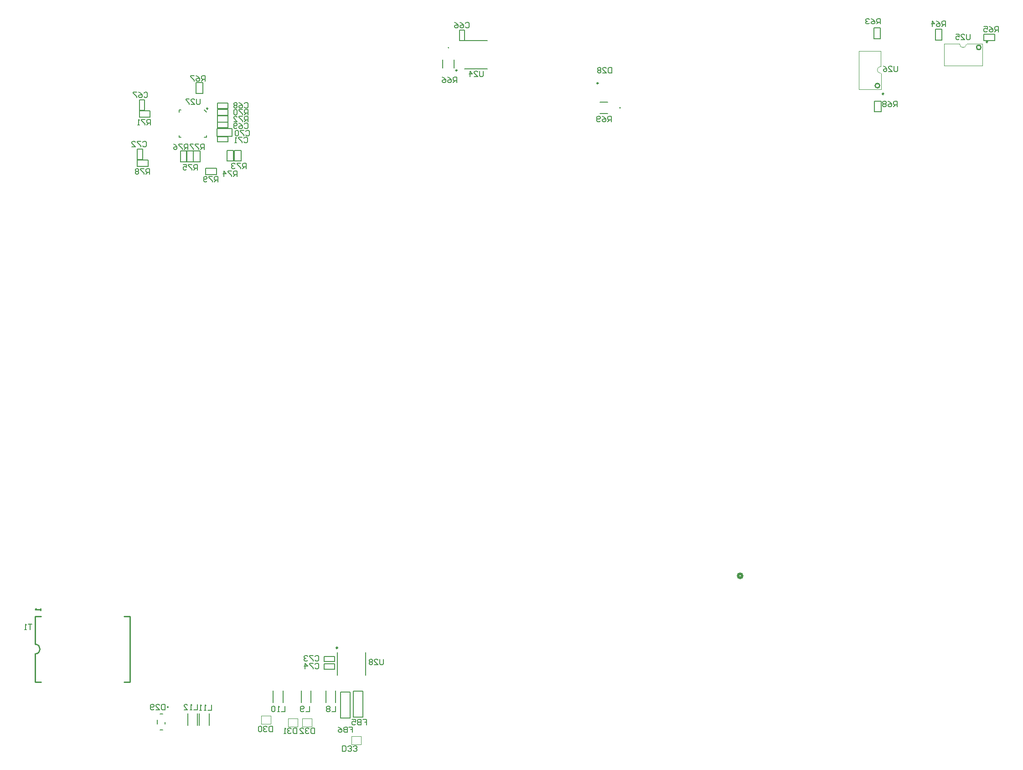
<source format=gbo>
G04 Layer_Color=32896*
%FSLAX44Y44*%
%MOMM*%
G71*
G01*
G75*
%ADD11C,0.2540*%
%ADD83C,0.2500*%
%ADD86C,0.5080*%
%ADD196C,0.2000*%
%ADD198C,0.1524*%
%ADD209C,0.1000*%
%ADD213C,0.0254*%
%ADD214C,0.1500*%
D11*
X247280Y312977D02*
G03*
X247280Y330980I0J9002D01*
G01*
X1815755Y1368468D02*
G03*
X1815755Y1368468I-4227J0D01*
G01*
X1030852Y1396746D02*
G03*
X1030852Y1396746I-1136J0D01*
G01*
X2003969Y1439418D02*
G03*
X2003969Y1439418I-4227J0D01*
G01*
X807466Y322834D02*
G03*
X806804Y322990I0J1481D01*
G01*
X568290Y1325940D02*
G03*
X568290Y1325940I-1270J0D01*
G01*
X247280Y331545D02*
Y382980D01*
Y260980D02*
X247280Y312415D01*
X423280Y260980D02*
Y382980D01*
X412280D02*
X423280D01*
X247280D02*
X258280D01*
X412280Y260980D02*
X423280D01*
X247280D02*
X258280D01*
X257280Y396980D02*
Y393595D01*
Y395287D01*
X247123D01*
X248816Y396980D01*
D83*
X1292860Y1372870D02*
G03*
X1292860Y1372870I-1250J0D01*
G01*
X1821800Y1354480D02*
G03*
X1821916Y1354475I0J-1250D01*
G01*
X2013730Y1449690D02*
G03*
X2013735Y1449806I1250J0D01*
G01*
D86*
X1560319Y458072D02*
G03*
X1560319Y458072I-3810J0D01*
G01*
D196*
X783830Y294560D02*
X803830D01*
X783830Y284560D02*
Y294560D01*
Y284560D02*
X803830D01*
Y294560D01*
X783830Y308530D02*
X803830D01*
X783830Y298530D02*
Y308530D01*
Y298530D02*
X803830D01*
Y308530D01*
X585320Y1288430D02*
X613320D01*
Y1274430D02*
Y1288430D01*
X585320Y1274430D02*
X613320D01*
X585320D02*
Y1288430D01*
X585710Y1263730D02*
X605710D01*
Y1273730D01*
X585710D02*
X605710D01*
X585710Y1263730D02*
Y1273730D01*
X436960Y1230710D02*
Y1250710D01*
Y1230710D02*
X446960D01*
Y1250710D01*
X436960D02*
X446960D01*
X450770Y1322150D02*
Y1342150D01*
X440770D02*
X450770D01*
X440770Y1322150D02*
Y1342150D01*
Y1322150D02*
X450770D01*
X585550Y1300400D02*
X605550D01*
X585550Y1290400D02*
Y1300400D01*
Y1290400D02*
X605550D01*
Y1300400D01*
X585710Y1325960D02*
X605710D01*
Y1335960D01*
X585710D02*
X605710D01*
X585710Y1325960D02*
Y1335960D01*
X1035130Y1451850D02*
Y1471850D01*
Y1451850D02*
X1045130D01*
Y1471850D01*
X1035130D02*
X1045130D01*
X817090Y242570D02*
X831850D01*
Y194310D02*
Y242570D01*
X814070Y194310D02*
X831850D01*
X814070D02*
Y242570D01*
X817090D01*
X841220Y243840D02*
X855980D01*
Y195580D02*
Y243840D01*
X838200Y195580D02*
X855980D01*
X838200D02*
Y243840D01*
X841220D01*
X564040Y1215040D02*
X584040D01*
Y1203040D02*
Y1215040D01*
X564040Y1203040D02*
X584040D01*
X564040D02*
Y1215040D01*
X436960Y1230280D02*
X456960D01*
Y1218280D02*
Y1230280D01*
X436960Y1218280D02*
X456960D01*
X436960D02*
Y1230280D01*
X440850Y1309720D02*
X460850D01*
X440850D02*
Y1321720D01*
X460850D01*
Y1309720D02*
Y1321720D01*
X629570Y1228330D02*
Y1248330D01*
X617570Y1228330D02*
X629570D01*
X617570D02*
Y1248330D01*
X629570D01*
X615600Y1228330D02*
Y1248330D01*
X603600Y1228330D02*
X615600D01*
X603600D02*
Y1248330D01*
X615600D01*
X546450Y1353900D02*
Y1373900D01*
X558450D01*
Y1353900D02*
Y1373900D01*
X546450Y1353900D02*
X558450D01*
X541370Y1227060D02*
Y1247060D01*
X553370D01*
Y1227060D02*
Y1247060D01*
X541370Y1227060D02*
X553370D01*
X529240Y1227060D02*
Y1247060D01*
X517240Y1227060D02*
X529240D01*
X517240D02*
Y1247060D01*
X529240D01*
X540670Y1227060D02*
Y1247060D01*
X528670Y1227060D02*
X540670D01*
X528670D02*
Y1247060D01*
X540670D01*
X585550Y1312260D02*
X605550D01*
X585550D02*
Y1324260D01*
X605550D01*
Y1312260D02*
Y1324260D01*
X585630Y1300830D02*
X605630D01*
X585630D02*
Y1312830D01*
X605630D01*
Y1300830D02*
Y1312830D01*
X1805020Y1455500D02*
Y1475500D01*
X1817020D01*
Y1455500D02*
Y1475500D01*
X1805020Y1455500D02*
X1817020D01*
X1806290Y1319690D02*
Y1339690D01*
X1818290D01*
Y1319690D02*
Y1339690D01*
X1806290Y1319690D02*
X1818290D01*
X2009220Y1463960D02*
X2029220D01*
Y1451960D02*
Y1463960D01*
X2009220Y1451960D02*
X2029220D01*
X2009220D02*
Y1463960D01*
X1931320Y1453120D02*
Y1473120D01*
X1919320Y1453120D02*
X1931320D01*
X1919320D02*
Y1473120D01*
X1931320D01*
X514350Y1323340D02*
X517840D01*
X561340D02*
X565150Y1319530D01*
X514350D02*
Y1323340D01*
Y1272540D02*
X517840D01*
X561340D02*
X564830D01*
X565150D02*
Y1276350D01*
X514350Y1272540D02*
Y1276350D01*
X741380Y222680D02*
Y244680D01*
X759380Y222680D02*
Y244680D01*
X707500Y222680D02*
Y244680D01*
X689500Y222680D02*
Y244680D01*
X805290Y222680D02*
Y244680D01*
X787290Y222680D02*
Y244680D01*
X552340Y180170D02*
Y202170D01*
X570340Y180170D02*
Y202170D01*
X548750Y180170D02*
Y202170D01*
X530750Y180170D02*
Y202170D01*
D198*
X495046Y214386D02*
G03*
X495046Y214386I-1270J0D01*
G01*
X1334202Y1327150D02*
G03*
X1334202Y1327150I-762J0D01*
G01*
X1015492Y1438850D02*
G03*
X1015492Y1438850I-762J0D01*
G01*
X478780Y201686D02*
X483880D01*
X488315Y183195D02*
Y186142D01*
X478780Y171714D02*
X483880D01*
X474345Y183195D02*
Y190206D01*
X1296078Y1316880D02*
X1310927D01*
X1296078Y1337420D02*
X1310927D01*
X1025000Y1401487D02*
Y1416337D01*
X1004460Y1401487D02*
Y1416337D01*
X1044321Y1452499D02*
X1086739D01*
X1044321Y1399921D02*
X1086739D01*
X808101Y273431D02*
Y315849D01*
X860679Y273431D02*
Y315849D01*
D209*
X1817624Y1404028D02*
G03*
X1817624Y1391328I0J-6350D01*
G01*
X1964182Y1445514D02*
G03*
X1976882Y1445514I6350J0D01*
G01*
X1818132Y1404070D02*
Y1432476D01*
X1777238Y1361864D02*
X1818640D01*
X1777238D02*
Y1432476D01*
X1818132D01*
X1818640Y1361864D02*
Y1390820D01*
X1935734Y1446022D02*
X1964140D01*
X2006346Y1405128D02*
Y1446530D01*
X1935734Y1405128D02*
X2006346D01*
X1935734D02*
Y1446022D01*
X1977390Y1446530D02*
X2006346D01*
D213*
X834390Y160210D02*
X852170D01*
Y144970D02*
Y160210D01*
X842010Y144970D02*
X852170D01*
X834390D02*
Y160210D01*
X842010Y144970D02*
X843280D01*
X834390D02*
X842010D01*
X717210Y193230D02*
X734990D01*
Y177990D02*
Y193230D01*
X724830Y177990D02*
X734990D01*
X717210D02*
Y193230D01*
X724830Y177990D02*
X726100D01*
X717210D02*
X724830D01*
X743290Y177800D02*
X761070D01*
X743290D02*
Y193040D01*
X753450D01*
X761070Y177800D02*
Y193040D01*
X752180D02*
X753450D01*
X761070D01*
X666750Y182690D02*
X684530D01*
X666750D02*
Y197930D01*
X676910D01*
X684530Y182690D02*
Y197930D01*
X675640D02*
X676910D01*
X684530D01*
D214*
X1983740Y1464147D02*
Y1455816D01*
X1982074Y1454150D01*
X1978742D01*
X1977076Y1455816D01*
Y1464147D01*
X1967079Y1454150D02*
X1973743D01*
X1967079Y1460815D01*
Y1462481D01*
X1968745Y1464147D01*
X1972077D01*
X1973743Y1462481D01*
X1957082Y1464147D02*
X1963746D01*
Y1459148D01*
X1960414Y1460815D01*
X1958748D01*
X1957082Y1459148D01*
Y1455816D01*
X1958748Y1454150D01*
X1962080D01*
X1963746Y1455816D01*
X1849120Y1404457D02*
Y1396126D01*
X1847454Y1394460D01*
X1844122D01*
X1842455Y1396126D01*
Y1404457D01*
X1832459Y1394460D02*
X1839123D01*
X1832459Y1401125D01*
Y1402791D01*
X1834125Y1404457D01*
X1837457D01*
X1839123Y1402791D01*
X1822462Y1404457D02*
X1825794Y1402791D01*
X1829126Y1399458D01*
Y1396126D01*
X1827460Y1394460D01*
X1824128D01*
X1822462Y1396126D01*
Y1397792D01*
X1824128Y1399458D01*
X1829126D01*
X553720Y1343497D02*
Y1335166D01*
X552054Y1333500D01*
X548722D01*
X547056Y1335166D01*
Y1343497D01*
X537059Y1333500D02*
X543723D01*
X537059Y1340164D01*
Y1341831D01*
X538725Y1343497D01*
X542057D01*
X543723Y1341831D01*
X533726Y1343497D02*
X527062D01*
Y1341831D01*
X533726Y1335166D01*
Y1333500D01*
X241300Y368137D02*
X234636D01*
X237968D01*
Y358140D01*
X231303D02*
X227971D01*
X229637D01*
Y368137D01*
X231303Y366471D01*
X1938020Y1478360D02*
Y1488357D01*
X1933022D01*
X1931355Y1486691D01*
Y1483358D01*
X1933022Y1481692D01*
X1938020D01*
X1934688D02*
X1931355Y1478360D01*
X1921359Y1488357D02*
X1924691Y1486691D01*
X1928023Y1483358D01*
Y1480026D01*
X1926357Y1478360D01*
X1923025D01*
X1921359Y1480026D01*
Y1481692D01*
X1923025Y1483358D01*
X1928023D01*
X1913028Y1478360D02*
Y1488357D01*
X1918026Y1483358D01*
X1911362D01*
X2035810Y1468120D02*
Y1478117D01*
X2030812D01*
X2029146Y1476451D01*
Y1473118D01*
X2030812Y1471452D01*
X2035810D01*
X2032478D02*
X2029146Y1468120D01*
X2019149Y1478117D02*
X2022481Y1476451D01*
X2025813Y1473118D01*
Y1469786D01*
X2024147Y1468120D01*
X2020815D01*
X2019149Y1469786D01*
Y1471452D01*
X2020815Y1473118D01*
X2025813D01*
X2009152Y1478117D02*
X2015816D01*
Y1473118D01*
X2012484Y1474785D01*
X2010818D01*
X2009152Y1473118D01*
Y1469786D01*
X2010818Y1468120D01*
X2014150D01*
X2015816Y1469786D01*
X1847850Y1329690D02*
Y1339687D01*
X1842852D01*
X1841185Y1338021D01*
Y1334688D01*
X1842852Y1333022D01*
X1847850D01*
X1844518D02*
X1841185Y1329690D01*
X1831189Y1339687D02*
X1834521Y1338021D01*
X1837853Y1334688D01*
Y1331356D01*
X1836187Y1329690D01*
X1832855D01*
X1831189Y1331356D01*
Y1333022D01*
X1832855Y1334688D01*
X1837853D01*
X1827856Y1338021D02*
X1826190Y1339687D01*
X1822858D01*
X1821192Y1338021D01*
Y1336355D01*
X1822858Y1334688D01*
X1821192Y1333022D01*
Y1331356D01*
X1822858Y1329690D01*
X1826190D01*
X1827856Y1331356D01*
Y1333022D01*
X1826190Y1334688D01*
X1827856Y1336355D01*
Y1338021D01*
X1826190Y1334688D02*
X1822858D01*
X1029970Y1374140D02*
Y1384137D01*
X1024972D01*
X1023306Y1382471D01*
Y1379138D01*
X1024972Y1377472D01*
X1029970D01*
X1026638D02*
X1023306Y1374140D01*
X1013309Y1384137D02*
X1016641Y1382471D01*
X1019973Y1379138D01*
Y1375806D01*
X1018307Y1374140D01*
X1014975D01*
X1013309Y1375806D01*
Y1377472D01*
X1014975Y1379138D01*
X1019973D01*
X1003312Y1384137D02*
X1006644Y1382471D01*
X1009976Y1379138D01*
Y1375806D01*
X1008310Y1374140D01*
X1004978D01*
X1003312Y1375806D01*
Y1377472D01*
X1004978Y1379138D01*
X1009976D01*
X1816608Y1483026D02*
Y1493023D01*
X1811610D01*
X1809944Y1491357D01*
Y1488024D01*
X1811610Y1486358D01*
X1816608D01*
X1813276D02*
X1809944Y1483026D01*
X1799947Y1493023D02*
X1803279Y1491357D01*
X1806611Y1488024D01*
Y1484692D01*
X1804945Y1483026D01*
X1801613D01*
X1799947Y1484692D01*
Y1486358D01*
X1801613Y1488024D01*
X1806611D01*
X1796614Y1491357D02*
X1794948Y1493023D01*
X1791616D01*
X1789950Y1491357D01*
Y1489691D01*
X1791616Y1488024D01*
X1793282D01*
X1791616D01*
X1789950Y1486358D01*
Y1484692D01*
X1791616Y1483026D01*
X1794948D01*
X1796614Y1484692D01*
X1316990Y1301750D02*
Y1311747D01*
X1311992D01*
X1310325Y1310081D01*
Y1306748D01*
X1311992Y1305082D01*
X1316990D01*
X1313658D02*
X1310325Y1301750D01*
X1300329Y1311747D02*
X1303661Y1310081D01*
X1306993Y1306748D01*
Y1303416D01*
X1305327Y1301750D01*
X1301995D01*
X1300329Y1303416D01*
Y1305082D01*
X1301995Y1306748D01*
X1306993D01*
X1296996Y1303416D02*
X1295330Y1301750D01*
X1291998D01*
X1290332Y1303416D01*
Y1310081D01*
X1291998Y1311747D01*
X1295330D01*
X1296996Y1310081D01*
Y1308414D01*
X1295330Y1306748D01*
X1290332D01*
X642620Y1301750D02*
Y1311747D01*
X637622D01*
X635956Y1310081D01*
Y1306748D01*
X637622Y1305082D01*
X642620D01*
X639288D02*
X635956Y1301750D01*
X632623Y1311747D02*
X625959D01*
Y1310081D01*
X632623Y1303416D01*
Y1301750D01*
X615962D02*
X622626D01*
X615962Y1308414D01*
Y1310081D01*
X617628Y1311747D01*
X620960D01*
X622626Y1310081D01*
X642620Y1314450D02*
Y1324447D01*
X637622D01*
X635956Y1322781D01*
Y1319448D01*
X637622Y1317782D01*
X642620D01*
X639288D02*
X635956Y1314450D01*
X632623Y1324447D02*
X625959D01*
Y1322781D01*
X632623Y1316116D01*
Y1314450D01*
X622626Y1322781D02*
X620960Y1324447D01*
X617628D01*
X615962Y1322781D01*
Y1316116D01*
X617628Y1314450D01*
X620960D01*
X622626Y1316116D01*
Y1322781D01*
X548640Y1211580D02*
Y1221577D01*
X543642D01*
X541976Y1219911D01*
Y1216578D01*
X543642Y1214912D01*
X548640D01*
X545308D02*
X541976Y1211580D01*
X538643Y1221577D02*
X531979D01*
Y1219911D01*
X538643Y1213246D01*
Y1211580D01*
X521982Y1221577D02*
X528646D01*
Y1216578D01*
X525314Y1218244D01*
X523648D01*
X521982Y1216578D01*
Y1213246D01*
X523648Y1211580D01*
X526980D01*
X528646Y1213246D01*
X530860Y1249680D02*
Y1259677D01*
X525862D01*
X524196Y1258011D01*
Y1254678D01*
X525862Y1253012D01*
X530860D01*
X527528D02*
X524196Y1249680D01*
X520863Y1259677D02*
X514199D01*
Y1258011D01*
X520863Y1251346D01*
Y1249680D01*
X504202Y1259677D02*
X507534Y1258011D01*
X510866Y1254678D01*
Y1251346D01*
X509200Y1249680D01*
X505868D01*
X504202Y1251346D01*
Y1253012D01*
X505868Y1254678D01*
X510866D01*
X561340Y1249680D02*
Y1259677D01*
X556342D01*
X554675Y1258011D01*
Y1254678D01*
X556342Y1253012D01*
X561340D01*
X558008D02*
X554675Y1249680D01*
X551343Y1259677D02*
X544679D01*
Y1258011D01*
X551343Y1251346D01*
Y1249680D01*
X541346Y1259677D02*
X534682D01*
Y1258011D01*
X541346Y1251346D01*
Y1249680D01*
X562610Y1376680D02*
Y1386677D01*
X557612D01*
X555946Y1385011D01*
Y1381678D01*
X557612Y1380012D01*
X562610D01*
X559278D02*
X555946Y1376680D01*
X545949Y1386677D02*
X549281Y1385011D01*
X552613Y1381678D01*
Y1378346D01*
X550947Y1376680D01*
X547615D01*
X545949Y1378346D01*
Y1380012D01*
X547615Y1381678D01*
X552613D01*
X542616Y1386677D02*
X535952D01*
Y1385011D01*
X542616Y1378346D01*
Y1376680D01*
X622300Y1200150D02*
Y1210147D01*
X617302D01*
X615635Y1208481D01*
Y1205148D01*
X617302Y1203482D01*
X622300D01*
X618968D02*
X615635Y1200150D01*
X612303Y1210147D02*
X605639D01*
Y1208481D01*
X612303Y1201816D01*
Y1200150D01*
X597308D02*
Y1210147D01*
X602306Y1205148D01*
X595642D01*
X638810Y1214120D02*
Y1224117D01*
X633812D01*
X632146Y1222451D01*
Y1219118D01*
X633812Y1217452D01*
X638810D01*
X635478D02*
X632146Y1214120D01*
X628813Y1224117D02*
X622149D01*
Y1222451D01*
X628813Y1215786D01*
Y1214120D01*
X618816Y1222451D02*
X617150Y1224117D01*
X613818D01*
X612152Y1222451D01*
Y1220785D01*
X613818Y1219118D01*
X615484D01*
X613818D01*
X612152Y1217452D01*
Y1215786D01*
X613818Y1214120D01*
X617150D01*
X618816Y1215786D01*
X461010Y1295400D02*
Y1305397D01*
X456012D01*
X454346Y1303731D01*
Y1300398D01*
X456012Y1298732D01*
X461010D01*
X457678D02*
X454346Y1295400D01*
X451013Y1305397D02*
X444349D01*
Y1303731D01*
X451013Y1297066D01*
Y1295400D01*
X441016D02*
X437684D01*
X439350D01*
Y1305397D01*
X441016Y1303731D01*
X459740Y1203960D02*
Y1213957D01*
X454742D01*
X453075Y1212291D01*
Y1208958D01*
X454742Y1207292D01*
X459740D01*
X456408D02*
X453075Y1203960D01*
X449743Y1213957D02*
X443079D01*
Y1212291D01*
X449743Y1205626D01*
Y1203960D01*
X439746Y1212291D02*
X438080Y1213957D01*
X434748D01*
X433082Y1212291D01*
Y1210624D01*
X434748Y1208958D01*
X433082Y1207292D01*
Y1205626D01*
X434748Y1203960D01*
X438080D01*
X439746Y1205626D01*
Y1207292D01*
X438080Y1208958D01*
X439746Y1210624D01*
Y1212291D01*
X438080Y1208958D02*
X434748D01*
X586740Y1189990D02*
Y1199987D01*
X581742D01*
X580075Y1198321D01*
Y1194988D01*
X581742Y1193322D01*
X586740D01*
X583408D02*
X580075Y1189990D01*
X576743Y1199987D02*
X570079D01*
Y1198321D01*
X576743Y1191656D01*
Y1189990D01*
X566746Y1191656D02*
X565080Y1189990D01*
X561748D01*
X560082Y1191656D01*
Y1198321D01*
X561748Y1199987D01*
X565080D01*
X566746Y1198321D01*
Y1196655D01*
X565080Y1194988D01*
X560082D01*
X548640Y219547D02*
Y209550D01*
X541976D01*
X538643D02*
X535311D01*
X536977D01*
Y219547D01*
X538643Y217881D01*
X523648Y209550D02*
X530313D01*
X523648Y216215D01*
Y217881D01*
X525314Y219547D01*
X528646D01*
X530313Y217881D01*
X574483Y218720D02*
Y208723D01*
X567818D01*
X564486D02*
X561154D01*
X562820D01*
Y218720D01*
X564486Y217054D01*
X556156Y208723D02*
X552823D01*
X554490D01*
Y218720D01*
X556156Y217054D01*
X805180Y215737D02*
Y205740D01*
X798515D01*
X795183Y214071D02*
X793517Y215737D01*
X790185D01*
X788519Y214071D01*
Y212404D01*
X790185Y210738D01*
X788519Y209072D01*
Y207406D01*
X790185Y205740D01*
X793517D01*
X795183Y207406D01*
Y209072D01*
X793517Y210738D01*
X795183Y212404D01*
Y214071D01*
X793517Y210738D02*
X790185D01*
X711200Y215737D02*
Y205740D01*
X704536D01*
X701203D02*
X697871D01*
X699537D01*
Y215737D01*
X701203Y214071D01*
X692873D02*
X691206Y215737D01*
X687874D01*
X686208Y214071D01*
Y207406D01*
X687874Y205740D01*
X691206D01*
X692873Y207406D01*
Y214071D01*
X756920Y215737D02*
Y205740D01*
X750256D01*
X746923Y207406D02*
X745257Y205740D01*
X741925D01*
X740259Y207406D01*
Y214071D01*
X741925Y215737D01*
X745257D01*
X746923Y214071D01*
Y212404D01*
X745257Y210738D01*
X740259D01*
X855666Y191607D02*
X862330D01*
Y186608D01*
X858998D01*
X862330D01*
Y181610D01*
X852333Y191607D02*
Y181610D01*
X847335D01*
X845669Y183276D01*
Y184942D01*
X847335Y186608D01*
X852333D01*
X847335D01*
X845669Y188274D01*
Y189941D01*
X847335Y191607D01*
X852333D01*
X835672D02*
X842336D01*
Y186608D01*
X839004Y188274D01*
X837338D01*
X835672Y186608D01*
Y183276D01*
X837338Y181610D01*
X840670D01*
X842336Y183276D01*
X830072Y177359D02*
X836737D01*
Y172361D01*
X833405D01*
X836737D01*
Y167362D01*
X826740Y177359D02*
Y167362D01*
X821742D01*
X820076Y169028D01*
Y170695D01*
X821742Y172361D01*
X826740D01*
X821742D01*
X820076Y174027D01*
Y175693D01*
X821742Y177359D01*
X826740D01*
X810079D02*
X813411Y175693D01*
X816743Y172361D01*
Y169028D01*
X815077Y167362D01*
X811745D01*
X810079Y169028D01*
Y170695D01*
X811745Y172361D01*
X816743D01*
X1318260Y1401917D02*
Y1391920D01*
X1313262D01*
X1311595Y1393586D01*
Y1400251D01*
X1313262Y1401917D01*
X1318260D01*
X1301599Y1391920D02*
X1308263D01*
X1301599Y1398584D01*
Y1400251D01*
X1303265Y1401917D01*
X1306597D01*
X1308263Y1400251D01*
X1298266D02*
X1296600Y1401917D01*
X1293268D01*
X1291602Y1400251D01*
Y1398584D01*
X1293268Y1396918D01*
X1291602Y1395252D01*
Y1393586D01*
X1293268Y1391920D01*
X1296600D01*
X1298266Y1393586D01*
Y1395252D01*
X1296600Y1396918D01*
X1298266Y1398584D01*
Y1400251D01*
X1296600Y1396918D02*
X1293268D01*
X488212Y219545D02*
Y209548D01*
X483214D01*
X481548Y211214D01*
Y217878D01*
X483214Y219545D01*
X488212D01*
X471551Y209548D02*
X478215D01*
X471551Y216212D01*
Y217878D01*
X473217Y219545D01*
X476549D01*
X478215Y217878D01*
X468218Y211214D02*
X466552Y209548D01*
X463220D01*
X461554Y211214D01*
Y217878D01*
X463220Y219545D01*
X466552D01*
X468218Y217878D01*
Y216212D01*
X466552Y214546D01*
X461554D01*
X688340Y178907D02*
Y168910D01*
X683342D01*
X681675Y170576D01*
Y177241D01*
X683342Y178907D01*
X688340D01*
X678343Y177241D02*
X676677Y178907D01*
X673345D01*
X671679Y177241D01*
Y175574D01*
X673345Y173908D01*
X675011D01*
X673345D01*
X671679Y172242D01*
Y170576D01*
X673345Y168910D01*
X676677D01*
X678343Y170576D01*
X668346Y177241D02*
X666680Y178907D01*
X663348D01*
X661682Y177241D01*
Y170576D01*
X663348Y168910D01*
X666680D01*
X668346Y170576D01*
Y177241D01*
X765810Y175097D02*
Y165100D01*
X760812D01*
X759146Y166766D01*
Y173431D01*
X760812Y175097D01*
X765810D01*
X755813Y173431D02*
X754147Y175097D01*
X750815D01*
X749149Y173431D01*
Y171765D01*
X750815Y170098D01*
X752481D01*
X750815D01*
X749149Y168432D01*
Y166766D01*
X750815Y165100D01*
X754147D01*
X755813Y166766D01*
X739152Y165100D02*
X745816D01*
X739152Y171765D01*
Y173431D01*
X740818Y175097D01*
X744150D01*
X745816Y173431D01*
X732790Y175097D02*
Y165100D01*
X727792D01*
X726125Y166766D01*
Y173431D01*
X727792Y175097D01*
X732790D01*
X722793Y173431D02*
X721127Y175097D01*
X717795D01*
X716129Y173431D01*
Y171765D01*
X717795Y170098D01*
X719461D01*
X717795D01*
X716129Y168432D01*
Y166766D01*
X717795Y165100D01*
X721127D01*
X722793Y166766D01*
X712796Y165100D02*
X709464D01*
X711130D01*
Y175097D01*
X712796Y173431D01*
X817880Y132243D02*
Y142240D01*
X822878D01*
X824545Y140574D01*
Y133909D01*
X822878Y132243D01*
X817880D01*
X827877Y133909D02*
X829543Y132243D01*
X832875D01*
X834541Y133909D01*
Y135576D01*
X832875Y137242D01*
X831209D01*
X832875D01*
X834541Y138908D01*
Y140574D01*
X832875Y142240D01*
X829543D01*
X827877Y140574D01*
X837874Y133909D02*
X839540Y132243D01*
X842872D01*
X844538Y133909D01*
Y135576D01*
X842872Y137242D01*
X841206D01*
X842872D01*
X844538Y138908D01*
Y140574D01*
X842872Y142240D01*
X839540D01*
X837874Y140574D01*
X1046165Y1484071D02*
X1047832Y1485737D01*
X1051164D01*
X1052830Y1484071D01*
Y1477406D01*
X1051164Y1475740D01*
X1047832D01*
X1046165Y1477406D01*
X1036169Y1485737D02*
X1039501Y1484071D01*
X1042833Y1480738D01*
Y1477406D01*
X1041167Y1475740D01*
X1037835D01*
X1036169Y1477406D01*
Y1479072D01*
X1037835Y1480738D01*
X1042833D01*
X1026172Y1485737D02*
X1029504Y1484071D01*
X1032836Y1480738D01*
Y1477406D01*
X1031170Y1475740D01*
X1027838D01*
X1026172Y1477406D01*
Y1479072D01*
X1027838Y1480738D01*
X1032836D01*
X635956Y1335481D02*
X637622Y1337147D01*
X640954D01*
X642620Y1335481D01*
Y1328816D01*
X640954Y1327150D01*
X637622D01*
X635956Y1328816D01*
X625959Y1337147D02*
X629291Y1335481D01*
X632623Y1332148D01*
Y1328816D01*
X630957Y1327150D01*
X627625D01*
X625959Y1328816D01*
Y1330482D01*
X627625Y1332148D01*
X632623D01*
X622626Y1335481D02*
X620960Y1337147D01*
X617628D01*
X615962Y1335481D01*
Y1333815D01*
X617628Y1332148D01*
X615962Y1330482D01*
Y1328816D01*
X617628Y1327150D01*
X620960D01*
X622626Y1328816D01*
Y1330482D01*
X620960Y1332148D01*
X622626Y1333815D01*
Y1335481D01*
X620960Y1332148D02*
X617628D01*
X635956Y1297381D02*
X637622Y1299047D01*
X640954D01*
X642620Y1297381D01*
Y1290716D01*
X640954Y1289050D01*
X637622D01*
X635956Y1290716D01*
X625959Y1299047D02*
X629291Y1297381D01*
X632623Y1294048D01*
Y1290716D01*
X630957Y1289050D01*
X627625D01*
X625959Y1290716D01*
Y1292382D01*
X627625Y1294048D01*
X632623D01*
X622626Y1290716D02*
X620960Y1289050D01*
X617628D01*
X615962Y1290716D01*
Y1297381D01*
X617628Y1299047D01*
X620960D01*
X622626Y1297381D01*
Y1295715D01*
X620960Y1294048D01*
X615962D01*
X449146Y1354548D02*
X450812Y1356214D01*
X454145D01*
X455811Y1354548D01*
Y1347883D01*
X454145Y1346217D01*
X450812D01*
X449146Y1347883D01*
X439149Y1356214D02*
X442482Y1354548D01*
X445814Y1351216D01*
Y1347883D01*
X444148Y1346217D01*
X440816D01*
X439149Y1347883D01*
Y1349550D01*
X440816Y1351216D01*
X445814D01*
X435817Y1356214D02*
X429153D01*
Y1354548D01*
X435817Y1347883D01*
Y1346217D01*
X446726Y1263091D02*
X448392Y1264757D01*
X451724D01*
X453390Y1263091D01*
Y1256426D01*
X451724Y1254760D01*
X448392D01*
X446726Y1256426D01*
X443393Y1264757D02*
X436729D01*
Y1263091D01*
X443393Y1256426D01*
Y1254760D01*
X426732D02*
X433396D01*
X426732Y1261424D01*
Y1263091D01*
X428398Y1264757D01*
X431730D01*
X433396Y1263091D01*
X634686Y1270711D02*
X636352Y1272377D01*
X639684D01*
X641350Y1270711D01*
Y1264046D01*
X639684Y1262380D01*
X636352D01*
X634686Y1264046D01*
X631353Y1272377D02*
X624689D01*
Y1270711D01*
X631353Y1264046D01*
Y1262380D01*
X621356D02*
X618024D01*
X619690D01*
Y1272377D01*
X621356Y1270711D01*
X638495Y1283411D02*
X640162Y1285077D01*
X643494D01*
X645160Y1283411D01*
Y1276746D01*
X643494Y1275080D01*
X640162D01*
X638495Y1276746D01*
X635163Y1285077D02*
X628499D01*
Y1283411D01*
X635163Y1276746D01*
Y1275080D01*
X625166Y1283411D02*
X623500Y1285077D01*
X620168D01*
X618502Y1283411D01*
Y1276746D01*
X620168Y1275080D01*
X623500D01*
X625166Y1276746D01*
Y1283411D01*
X766766Y308051D02*
X768432Y309717D01*
X771764D01*
X773430Y308051D01*
Y301386D01*
X771764Y299720D01*
X768432D01*
X766766Y301386D01*
X763433Y309717D02*
X756769D01*
Y308051D01*
X763433Y301386D01*
Y299720D01*
X753436Y308051D02*
X751770Y309717D01*
X748438D01*
X746772Y308051D01*
Y306385D01*
X748438Y304718D01*
X750104D01*
X748438D01*
X746772Y303052D01*
Y301386D01*
X748438Y299720D01*
X751770D01*
X753436Y301386D01*
X766766Y294081D02*
X768432Y295747D01*
X771764D01*
X773430Y294081D01*
Y287416D01*
X771764Y285750D01*
X768432D01*
X766766Y287416D01*
X763433Y295747D02*
X756769D01*
Y294081D01*
X763433Y287416D01*
Y285750D01*
X748438D02*
Y295747D01*
X753436Y290748D01*
X746772D01*
X1079500Y1395567D02*
Y1387236D01*
X1077834Y1385570D01*
X1074502D01*
X1072835Y1387236D01*
Y1395567D01*
X1062839Y1385570D02*
X1069503D01*
X1062839Y1392234D01*
Y1393901D01*
X1064505Y1395567D01*
X1067837D01*
X1069503Y1393901D01*
X1054508Y1385570D02*
Y1395567D01*
X1059506Y1390568D01*
X1052842D01*
X894080Y303367D02*
Y295036D01*
X892414Y293370D01*
X889082D01*
X887415Y295036D01*
Y303367D01*
X877419Y293370D02*
X884083D01*
X877419Y300035D01*
Y301701D01*
X879085Y303367D01*
X882417D01*
X884083Y301701D01*
X874086D02*
X872420Y303367D01*
X869088D01*
X867422Y301701D01*
Y300035D01*
X869088Y298368D01*
X867422Y296702D01*
Y295036D01*
X869088Y293370D01*
X872420D01*
X874086Y295036D01*
Y296702D01*
X872420Y298368D01*
X874086Y300035D01*
Y301701D01*
X872420Y298368D02*
X869088D01*
M02*

</source>
